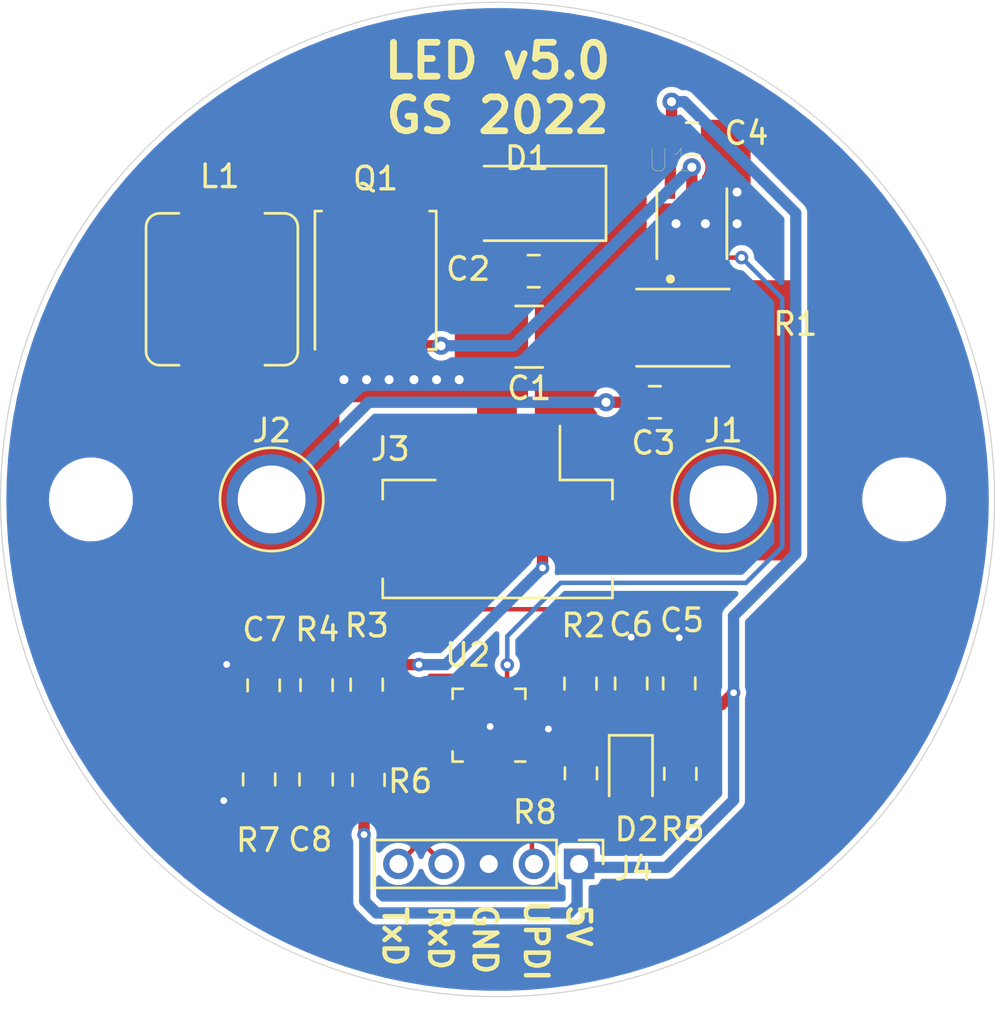
<source format=kicad_pcb>
(kicad_pcb (version 20211014) (generator pcbnew)
  (layers (0 "F.Cu" signal) (31 "B.Cu" signal) (34 "B.Paste" user) (35 "F.Paste" user) (36 "B.SilkS" user "B.Silkscreen") (37 "F.SilkS" user "F.Silkscreen") (38 "B.Mask" user) (39 "F.Mask" user) (44 "Edge.Cuts" user))
  (net 0 "")
  (net 1 "GND")
  (net 2 "VCC")
  (net 3 "Net-(C3-Pad1)")
  (net 4 "+5V")
  (net 5 "Net-(D1-Pad2)")
  (net 6 "Net-(D2-Pad2)")
  (net 7 "/LED")
  (net 8 "/MODE")
  (net 9 "/TMESS")
  (net 10 "/PWM")
  (net 11 "Net-(Q1-Pad4)")
  (net 12 "/VMESS")
  (net 13 "Net-(C3-Pad2)")
  (net 14 "Net-(R8-Pad1)")
  (net 22 "Net-(J4-Pad2)")
  (net 23 "/RXD")
  (net 24 "/TXD")
  (footprint "Capacitor_SMD:C_0805_2012Metric" (layer "F.Cu") (at 58.6 34.04)
    (fp_text reference "C4" (at 2.416 -0.246 180) (layer "F.SilkS"))
    (fp_text value "22u0 / 25V")
    (fp_line (start -0.258578 0.71) (end 0.258578 0.71) (layer "F.SilkS") (width 0.12))
    (fp_line (start -0.258578 -0.71) (end 0.258578 -0.71) (layer "F.SilkS") (width 0.12))
    (pad "1" smd roundrect locked (at -0.9375 0) (size 0.975 1.4) (layers "F.Cu" "F.Paste" "F.Mask") (net 4 "+5V"))
    (pad "2" smd roundrect locked (at 0.9375 0) (size 0.975 1.4) (layers "F.Cu" "F.Paste" "F.Mask") (net 1 "GND"))
  )
  (footprint "Capacitor_SMD:C_0805_2012Metric" (layer "F.Cu") (at 58.04 58.1425 90)
    (fp_text reference "C5" (at 2.7925 0.12) (layer "F.SilkS"))
    (fp_text value "22u0 / 25V")
    (fp_line (start -0.258578 -0.71) (end 0.258578 -0.71) (layer "F.SilkS") (width 0.12))
    (fp_line (start -0.258578 0.71) (end 0.258578 0.71) (layer "F.SilkS") (width 0.12))
    (pad "1" smd roundrect locked (at -0.9375 0 90) (size 0.975 1.4) (layers "F.Cu" "F.Paste" "F.Mask") (net 4 "+5V"))
    (pad "2" smd roundrect locked (at 0.9375 0 90) (size 0.975 1.4) (layers "F.Cu" "F.Paste" "F.Mask") (net 1 "GND"))
  )
  (footprint "Diode_SMD:D_SMA" (layer "F.Cu") (at 51.4 36.9 180)
    (fp_text reference "D1" (at 0.1 2) (layer "F.SilkS"))
    (fp_text value "SS54")
    (fp_line (start -3.4 -1.65) (end -3.4 1.65) (layer "F.SilkS") (width 0.12))
    (fp_line (start -3.4 1.65) (end 2 1.65) (layer "F.SilkS") (width 0.12))
    (fp_line (start -3.4 -1.65) (end 2 -1.65) (layer "F.SilkS") (width 0.12))
    (pad "1" smd rect locked (at -2 0 180) (size 2.5 1.8) (layers "F.Cu" "F.Paste" "F.Mask") (net 2 "VCC"))
    (pad "2" smd rect locked (at 2 0 180) (size 2.5 1.8) (layers "F.Cu" "F.Paste" "F.Mask") (net 5 "Net-(D1-Pad2)"))
  )
  (footprint "LED_SMD:LED_0805_2012Metric" (layer "F.Cu") (at 55.9 62.1225 -90)
    (fp_text reference "D2" (at 2.4775 -0.26 180) (layer "F.SilkS"))
    (fp_text value "LED blau")
    (fp_line (start -1.685 -0.96) (end -1.685 0.96) (layer "F.SilkS") (width 0.12))
    (fp_line (start -1.685 0.96) (end 1 0.96) (layer "F.SilkS") (width 0.12))
    (fp_line (start 1 -0.96) (end -1.685 -0.96) (layer "F.SilkS") (width 0.12))
    (pad "1" smd roundrect locked (at -0.9375 0 270) (size 0.975 1.4) (layers "F.Cu" "F.Paste" "F.Mask") (net 7 "/LED"))
    (pad "2" smd roundrect locked (at 0.9375 0 270) (size 0.975 1.4) (layers "F.Cu" "F.Paste" "F.Mask") (net 6 "Net-(D2-Pad2)"))
  )
  (footprint "Resistor_SMD:R_0805_2012Metric" (layer "F.Cu") (at 53.67 58.1525 90)
    (fp_text reference "R2" (at 2.5725 0.13 180) (layer "F.SilkS"))
    (fp_text value "10k0")
    (fp_line (start -0.258578 0.71) (end 0.258578 0.71) (layer "F.SilkS") (width 0.12))
    (fp_line (start -0.258578 -0.71) (end 0.258578 -0.71) (layer "F.SilkS") (width 0.12))
    (pad "1" smd roundrect locked (at -0.9375 0 90) (size 0.975 1.4) (layers "F.Cu" "F.Paste" "F.Mask") (net 4 "+5V"))
    (pad "2" smd roundrect locked (at 0.9375 0 90) (size 0.975 1.4) (layers "F.Cu" "F.Paste" "F.Mask") (net 8 "/MODE"))
  )
  (footprint "Resistor_SMD:R_0805_2012Metric" (layer "F.Cu") (at 44.2075 58.1975 -90)
    (fp_text reference "R3" (at -2.616 -0.004 180) (layer "F.SilkS"))
    (fp_text value "82k5")
    (fp_line (start -0.258578 0.71) (end 0.258578 0.71) (layer "F.SilkS") (width 0.12))
    (fp_line (start -0.258578 -0.71) (end 0.258578 -0.71) (layer "F.SilkS") (width 0.12))
    (pad "1" smd roundrect locked (at -0.9375 0 270) (size 0.975 1.4) (layers "F.Cu" "F.Paste" "F.Mask") (net 2 "VCC"))
    (pad "2" smd roundrect locked (at 0.9375 0 270) (size 0.975 1.4) (layers "F.Cu" "F.Paste" "F.Mask") (net 12 "/VMESS"))
  )
  (footprint "Resistor_SMD:R_0805_2012Metric" (layer "F.Cu") (at 41.9875 58.2175 90)
    (fp_text reference "R4" (at 2.4575 0.0325) (layer "F.SilkS"))
    (fp_text value "6k81")
    (fp_line (start -0.258578 0.71) (end 0.258578 0.71) (layer "F.SilkS") (width 0.12))
    (fp_line (start -0.258578 -0.71) (end 0.258578 -0.71) (layer "F.SilkS") (width 0.12))
    (pad "1" smd roundrect locked (at -0.9375 0 90) (size 0.975 1.4) (layers "F.Cu" "F.Paste" "F.Mask") (net 12 "/VMESS"))
    (pad "2" smd roundrect locked (at 0.9375 0 90) (size 0.975 1.4) (layers "F.Cu" "F.Paste" "F.Mask") (net 1 "GND"))
  )
  (footprint "Resistor_SMD:R_0805_2012Metric" (layer "F.Cu") (at 58.09 62.14 90)
    (fp_text reference "R5" (at -2.4625 0.1) (layer "F.SilkS"))
    (fp_text value "4k75")
    (fp_line (start -0.258578 -0.71) (end 0.258578 -0.71) (layer "F.SilkS") (width 0.12))
    (fp_line (start -0.258578 0.71) (end 0.258578 0.71) (layer "F.SilkS") (width 0.12))
    (pad "1" smd roundrect locked (at -0.9375 0 90) (size 0.975 1.4) (layers "F.Cu" "F.Paste" "F.Mask") (net 6 "Net-(D2-Pad2)"))
    (pad "2" smd roundrect locked (at 0.9375 0 90) (size 0.975 1.4) (layers "F.Cu" "F.Paste" "F.Mask") (net 4 "+5V"))
  )
  (footprint "Resistor_SMD:R_0805_2012Metric" (layer "F.Cu") (at 44.2875 62.41 90)
    (fp_text reference "R6" (at -0.06 1.8425 180) (layer "F.SilkS"))
    (fp_text value "10k0")
    (fp_line (start -0.258578 0.71) (end 0.258578 0.71) (layer "F.SilkS") (width 0.12))
    (fp_line (start -0.258578 -0.71) (end 0.258578 -0.71) (layer "F.SilkS") (width 0.12))
    (pad "1" smd roundrect locked (at -0.9375 0 90) (size 0.975 1.4) (layers "F.Cu" "F.Paste" "F.Mask") (net 4 "+5V"))
    (pad "2" smd roundrect locked (at 0.9375 0 90) (size 0.975 1.4) (layers "F.Cu" "F.Paste" "F.Mask") (net 9 "/TMESS"))
  )
  (footprint "Resistor_SMD:R_0805_2012Metric" (layer "F.Cu") (at 39.4475 62.39 -90)
    (fp_text reference "R7" (at 2.69 0.0475) (layer "F.SilkS"))
    (fp_text value "CMFB103F3950FANT")
    (fp_line (start -0.258578 0.71) (end 0.258578 0.71) (layer "F.SilkS") (width 0.12))
    (fp_line (start -0.258578 -0.71) (end 0.258578 -0.71) (layer "F.SilkS") (width 0.12))
    (pad "1" smd roundrect locked (at -0.9375 0 270) (size 0.975 1.4) (layers "F.Cu" "F.Paste" "F.Mask") (net 9 "/TMESS"))
    (pad "2" smd roundrect locked (at 0.9375 0 270) (size 0.975 1.4) (layers "F.Cu" "F.Paste" "F.Mask") (net 1 "GND"))
  )
  (footprint "Package_DFN_QFN:VQFN-20-1EP_3x3mm_P0.4mm_EP1.7x1.7mm" (layer "F.Cu") (at 49.62 59.99 180)
    (fp_text reference "U2" (at 0.94 3.11) (layer "F.SilkS"))
    (fp_text value "ATtiny1616-M")
    (fp_line (start 1.16 1.61) (end 1.61 1.61) (layer "F.SilkS") (width 0.12))
    (fp_line (start -1.16 1.61) (end -1.61 1.61) (layer "F.SilkS") (width 0.12))
    (fp_line (start -1.61 1.61) (end -1.61 1.16) (layer "F.SilkS") (width 0.12))
    (fp_line (start 1.61 1.61) (end 1.61 1.16) (layer "F.SilkS") (width 0.12))
    (fp_line (start -1.16 -1.61) (end -1.61 -1.61) (layer "F.SilkS") (width 0.12))
    (fp_line (start 1.61 -1.61) (end 1.61 -1.16) (layer "F.SilkS") (width 0.12))
    (fp_line (start 1.16 -1.61) (end 1.61 -1.61) (layer "F.SilkS") (width 0.12))
    (pad "1" smd custom (at -1.45 -0.8 180) (size 0.143431 0.143431) (layers "F.Cu" "F.Paste" "F.Mask") (net 7 "/LED") (options (clearance outline) (anchor circle)) (primitives (gr_poly (pts (xy 0.35 0.000711) (xy 0.35 0.05) (xy -0.35 0.05) (xy -0.35 -0.05) (xy 0.299289 -0.05)) (width 0.1) (fill yes))))
    (pad "2" smd roundrect (at -1.45 -0.4 180) (size 0.8 0.2) (layers "F.Cu" "F.Paste" "F.Mask"))
    (pad "3" smd roundrect (at -1.45 0 180) (size 0.8 0.2) (layers "F.Cu" "F.Paste" "F.Mask") (net 1 "GND"))
    (pad "4" smd roundrect (at -1.45 0.4 180) (size 0.8 0.2) (layers "F.Cu" "F.Paste" "F.Mask") (net 4 "+5V"))
    (pad "5" smd custom (at -1.45 0.8 180) (size 0.143431 0.143431) (layers "F.Cu" "F.Paste" "F.Mask") (net 8 "/MODE") (options (clearance outline) (anchor circle)) (primitives (gr_poly (pts (xy 0.35 -0.000711) (xy 0.299289 0.05) (xy -0.35 0.05) (xy -0.35 -0.05) (xy 0.35 -0.05)) (width 0.1) (fill yes))))
    (pad "6" smd custom (at -0.8 1.45 180) (size 0.143431 0.143431) (layers "F.Cu" "F.Paste" "F.Mask") (net 10 "/PWM") (options (clearance outline) (anchor circle)) (primitives (gr_poly (pts (xy 0.05 0.35) (xy -0.05 0.35) (xy -0.05 -0.299289) (xy 0.000711 -0.35) (xy 0.05 -0.35)) (width 0.1) (fill yes))))
    (pad "7" smd roundrect (at -0.4 1.45 180) (size 0.2 0.8) (layers "F.Cu" "F.Paste" "F.Mask"))
    (pad "8" smd roundrect (at 0 1.45 180) (size 0.2 0.8) (layers "F.Cu" "F.Paste" "F.Mask"))
    (pad "9" smd roundrect (at 0.4 1.45 180) (size 0.2 0.8) (layers "F.Cu" "F.Paste" "F.Mask") (net 12 "/VMESS"))
    (pad "10" smd custom (at 0.8 1.45 180) (size 0.143431 0.143431) (layers "F.Cu" "F.Paste" "F.Mask") (net 9 "/TMESS") (options (clearance outline) (anchor circle)) (primitives (gr_poly (pts (xy 0.05 -0.299289) (xy 0.05 0.35) (xy -0.05 0.35) (xy -0.05 -0.35) (xy -0.000711 -0.35)) (width 0.1) (fill yes))))
    (pad "11" smd custom (at 1.45 0.8 180) (size 0.143431 0.143431) (layers "F.Cu" "F.Paste" "F.Mask") (options (clearance outline) (anchor circle)) (primitives (gr_poly (pts (xy 0.35 0.05) (xy -0.299289 0.05) (xy -0.35 -0.000711) (xy -0.35 -0.05) (xy 0.35 -0.05)) (width 0.1) (fill yes))))
    (pad "12" smd roundrect (at 1.45 0.4 180) (size 0.8 0.2) (layers "F.Cu" "F.Paste" "F.Mask") (net 24 "/TXD"))
    (pad "13" smd roundrect (at 1.45 0 180) (size 0.8 0.2) (layers "F.Cu" "F.Paste" "F.Mask") (net 23 "/RXD"))
    (pad "14" smd roundrect (at 1.45 -0.4 180) (size 0.8 0.2) (layers "F.Cu" "F.Paste" "F.Mask"))
    (pad "15" smd custom (at 1.45 -0.8 180) (size 0.143431 0.143431) (layers "F.Cu" "F.Paste" "F.Mask") (options (clearance outline) (anchor circle)) (primitives (gr_poly (pts (xy 0.35 0.05) (xy -0.35 0.05) (xy -0.35 0.000711) (xy -0.299289 -0.05) (xy 0.35 -0.05)) (width 0.1) (fill yes))))
    (pad "16" smd custom (at 0.8 -1.45 180) (size 0.143431 0.143431) (layers "F.Cu" "F.Paste" "F.Mask") (options (clearance outline) (anchor circle)) (primitives (gr_poly (pts (xy 0.05 0.299289) (xy -0.000711 0.35) (xy -0.05 0.35) (xy -0.05 -0.35) (xy 0.05 -0.35)) (width 0.1) (fill yes))))
    (pad "17" smd roundrect (at 0.4 -1.45 180) (size 0.2 0.8) (layers "F.Cu" "F.Paste" "F.Mask"))
    (pad "18" smd roundrect (at 0 -1.45 180) (size 0.2 0.8) (layers "F.Cu" "F.Paste" "F.Mask"))
    (pad "19" smd roundrect (at -0.4 -1.45 180) (size 0.2 0.8) (layers "F.Cu" "F.Paste" "F.Mask") (net 14 "Net-(R8-Pad1)"))
    (pad "20" smd custom (at -0.8 -1.45 180) (size 0.143431 0.143431) (layers "F.Cu" "F.Paste" "F.Mask") (options (clearance outline) (anchor circle)) (primitives (gr_poly (pts (xy 0.05 0.35) (xy 0.000711 0.35) (xy -0.05 0.299289) (xy -0.05 -0.35) (xy 0.05 -0.35)) (width 0.1) (fill yes))))
    (pad "21" smd rect (at 0 0 180) (size 1.7 1.7) (layers "F.Cu" "F.Mask") (net 1 "GND"))
  )
  (footprint "Connector_JST:JST_PH_B3B-PH-SM4-TB_1x03-1MP_P2.00mm_Vertical" (layer "F.Cu") (at 50 50 180)
    (fp_text reference "J3" (at 4.75 2.23 180) (layer "F.SilkS"))
    (fp_text value "JST_B3B-PH-SM4-TB(LF)(SN)")
    (fp_line (start -5.085 0.86) (end -2.76 0.86) (layer "F.SilkS") (width 0.12))
    (fp_line (start -5.085 0.01) (end -5.085 0.86) (layer "F.SilkS") (width 0.12))
    (fp_line (start -5.085 -3.51) (end -5.085 -4.36) (layer "F.SilkS") (width 0.12))
    (fp_line (start 5.085 -4.36) (end 5.085 -3.51) (layer "F.SilkS") (width 0.12))
    (fp_line (start 5.085 0.86) (end 2.76 0.86) (layer "F.SilkS") (width 0.12))
    (fp_line (start 5.085 0.01) (end 5.085 0.86) (layer "F.SilkS") (width 0.12))
    (fp_line (start -5.085 -4.36) (end 5.085 -4.36) (layer "F.SilkS") (width 0.12))
    (fp_line (start -2.76 0.86) (end -2.76 3.25) (layer "F.SilkS") (width 0.12))
    (pad "1" smd roundrect (at -2 0.5 180) (size 1 5.5) (layers "F.Cu" "F.Paste" "F.Mask") (net 2 "VCC"))
    (pad "2" smd roundrect (at 0 0.5 180) (size 1 5.5) (layers "F.Cu" "F.Paste" "F.Mask") (net 1 "GND"))
    (pad "3" smd roundrect (at 2 0.5 180) (size 1 5.5) (layers "F.Cu" "F.Paste" "F.Mask") (net 8 "/MODE"))
    (pad "MP" smd roundrect (at -4.4 -1.75 180) (size 1.6 3) (layers "F.Cu" "F.Paste" "F.Mask") (roundrect_rratio 0.15625))
    (pad "MP" smd roundrect (at 4.4 -1.75 180) (size 1.6 3) (layers "F.Cu" "F.Paste" "F.Mask") (roundrect_rratio 0.15625))
  )
  (footprint "MountingHole:MountingHole_3.2mm_M3" (layer "F.Cu") (at 32 50)
    (fp_text reference "H1" hide)
    (fp_text value "M1" hide)
    (pad "" np_thru_hole circle locked (at 0 0) (size 3.2 3.2) (drill 3.2) (layers *.Cu "F.Mask"))
  )
  (footprint "MountingHole:MountingHole_3.2mm_M3" (layer "F.Cu") (at 68 50)
    (fp_text reference "H2" hide)
    (fp_text value "M2" hide)
    (pad "" np_thru_hole circle locked (at 0 0) (size 3.2 3.2) (drill 3.2) (layers *.Cu "F.Mask"))
  )
  (footprint "buck_3a_v4:SON95P300X300X80-7N" (layer "F.Cu") (at 58.6 37.8 90)
    (fp_text reference "U1" (at 2.8 -1 180) (layer "F.SilkS") (effects (font (thickness 0.015))))
    (fp_text value "MAX16820ATT")
    (fp_line (start -1.55 -1.55) (end 1.55 -1.55) (layer "F.SilkS") (width 0.127))
    (fp_line (start -1.55 1.55) (end 1.55 1.55) (layer "F.SilkS") (width 0.127))
    (fp_circle (center -2.445 -0.95) (end -2.345 -0.95) (layer "F.SilkS") (width 0.2) (fill none))
    (pad "1" smd rect locked (at -1.485 -0.95 90) (size 0.76 0.42) (layers "F.Cu" "F.Paste" "F.Mask") (net 2 "VCC"))
    (pad "2" smd rect locked (at -1.485 0 90) (size 0.76 0.42) (layers "F.Cu" "F.Paste" "F.Mask") (net 13 "Net-(C3-Pad2)"))
    (pad "3" smd rect locked (at -1.485 0.95 90) (size 0.76 0.42) (layers "F.Cu" "F.Paste" "F.Mask") (net 10 "/PWM"))
    (pad "4" smd rect locked (at 1.485 0.95 90) (size 0.76 0.42) (layers "F.Cu" "F.Paste" "F.Mask") (net 1 "GND"))
    (pad "5" smd rect locked (at 1.485 0 90) (size 0.76 0.42) (layers "F.Cu" "F.Paste" "F.Mask") (net 11 "Net-(Q1-Pad4)"))
    (pad "6" smd rect locked (at 1.485 -0.95 90) (size 0.76 0.42) (layers "F.Cu" "F.Paste" "F.Mask") (net 4 "+5V"))
    (pad "7" smd rect locked (at 0 0 90) (size 1.5 2.3) (layers "F.Cu" "F.Mask") (net 1 "GND"))
  )
  (footprint "Capacitor_SMD:C_0805_2012Metric" (layer "F.Cu") (at 55.914 58.144 90)
    (fp_text reference "C6" (at 2.6 0) (layer "F.SilkS"))
    (fp_text value "100n")
    (fp_line (start -0.258578 0.71) (end 0.258578 0.71) (layer "F.SilkS") (width 0.12))
    (fp_line (start -0.258578 -0.71) (end 0.258578 -0.71) (layer "F.SilkS") (width 0.12))
    (pad "1" smd roundrect locked (at -0.9375 0 90) (size 0.975 1.4) (layers "F.Cu" "F.Paste" "F.Mask") (net 4 "+5V"))
    (pad "2" smd roundrect locked (at 0.9375 0 90) (size 0.975 1.4) (layers "F.Cu" "F.Paste" "F.Mask") (net 1 "GND"))
  )
  (footprint "Inductor_SMD:L_Sumida_CDMC6D28_7.25x6.5mm" (layer "F.Cu") (at 37.8 40.7 90)
    (fp_text reference "L1" (at 5 -0.1 180) (layer "F.SilkS"))
    (fp_text value "MWSA0603-100MT")
    (fp_line (start 2.75 3.36) (end -2.75 3.36) (layer "F.SilkS") (width 0.12))
    (fp_line (start -3.36 -1.9) (end -3.36 -2.75) (layer "F.SilkS") (width 0.12))
    (fp_line (start 3.36 1.9) (end 3.36 2.75) (layer "F.SilkS") (width 0.12))
    (fp_line (start 3.36 -2.75) (end 3.36 -1.9) (layer "F.SilkS") (width 0.12))
    (fp_line (start -3.36 2.75) (end -3.36 1.9) (layer "F.SilkS") (width 0.12))
    (fp_line (start -2.75 -3.36) (end 2.75 -3.36) (layer "F.SilkS") (width 0.12))
    (fp_arc (start -2.75 3.36) (mid -3.181335 3.181335) (end -3.36 2.75) (layer "F.SilkS") (width 0.12))
    (fp_arc (start -3.36 -2.75) (mid -3.181335 -3.181335) (end -2.75 -3.36) (layer "F.SilkS") (width 0.12))
    (fp_arc (start 2.75 -3.36) (mid 3.181335 -3.181335) (end 3.36 -2.75) (layer "F.SilkS") (width 0.12))
    (fp_arc (start 3.36 2.75) (mid 3.181335 3.181335) (end 2.75 3.36) (layer "F.SilkS") (width 0.12))
    (pad "1" smd rect locked (at -2.85 0 90) (size 2 3.4) (layers "F.Cu" "F.Paste" "F.Mask") (net 3 "Net-(C3-Pad1)"))
    (pad "2" smd rect locked (at 2.85 0 90) (size 2 3.4) (layers "F.Cu" "F.Paste" "F.Mask") (net 5 "Net-(D1-Pad2)"))
  )
  (footprint "Capacitor_SMD:C_1210_3225Metric" (layer "F.Cu") (at 51.4 42.8 180)
    (fp_text reference "C1" (at 0 -2.28) (layer "F.SilkS"))
    (fp_text value "22u0 / 25V")
    (fp_line (start -0.602064 1.36) (end 0.602064 1.36) (layer "F.SilkS") (width 0.12))
    (fp_line (start -0.602064 -1.36) (end 0.602064 -1.36) (layer "F.SilkS") (width 0.12))
    (pad "1" smd roundrect locked (at -1.4 0 180) (size 1.25 2.65) (layers "F.Cu" "F.Paste" "F.Mask") (roundrect_rratio 0.2) (net 2 "VCC"))
    (pad "2" smd roundrect locked (at 1.4 0 180) (size 1.25 2.65) (layers "F.Cu" "F.Paste" "F.Mask") (roundrect_rratio 0.2) (net 1 "GND"))
  )
  (footprint "Capacitor_SMD:C_0805_2012Metric" (layer "F.Cu") (at 39.6475 58.225 90)
    (fp_text reference "C7" (at 2.465 0.0325 180) (layer "F.SilkS"))
    (fp_text value "4n70")
    (fp_line (start -0.258578 0.71) (end 0.258578 0.71) (layer "F.SilkS") (width 0.12))
    (fp_line (start -0.258578 -0.71) (end 0.258578 -0.71) (layer "F.SilkS") (width 0.12))
    (pad "1" smd roundrect locked (at -0.9375 0 90) (size 0.975 1.4) (layers "F.Cu" "F.Paste" "F.Mask") (net 12 "/VMESS"))
    (pad "2" smd roundrect locked (at 0.9375 0 90) (size 0.975 1.4) (layers "F.Cu" "F.Paste" "F.Mask") (net 1 "GND"))
  )
  (footprint "Resistor_SMD:R_2512_6332Metric" (layer "F.Cu") (at 58.2 42.4 180)
    (fp_text reference "R1" (at -4.98 0.164) (layer "F.SilkS"))
    (fp_text value "0R070")
    (fp_line (start -2.052064 -1.71) (end 2.052064 -1.71) (layer "F.SilkS") (width 0.12))
    (fp_line (start -2.052064 1.71) (end 2.052064 1.71) (layer "F.SilkS") (width 0.12))
    (pad "1" smd roundrect locked (at -2.9 0 180) (size 1.35 3.35) (layers "F.Cu" "F.Paste" "F.Mask") (roundrect_rratio 0.1851851852) (net 13 "Net-(C3-Pad2)"))
    (pad "2" smd roundrect locked (at 2.9 0 180) (size 1.35 3.35) (layers "F.Cu" "F.Paste" "F.Mask") (roundrect_rratio 0.1851851852) (net 2 "VCC"))
  )
  (footprint "Capacitor_SMD:C_0805_2012Metric" (layer "F.Cu") (at 51.6 39.9 180)
    (fp_text reference "C2" (at 2.9 0.1) (layer "F.SilkS"))
    (fp_text value "100n")
    (fp_line (start -0.258578 -0.71) (end 0.258578 -0.71) (layer "F.SilkS") (width 0.12))
    (fp_line (start -0.258578 0.71) (end 0.258578 0.71) (layer "F.SilkS") (width 0.12))
    (pad "1" smd roundrect locked (at -0.9375 0 180) (size 0.975 1.4) (layers "F.Cu" "F.Paste" "F.Mask") (net 2 "VCC"))
    (pad "2" smd roundrect locked (at 0.9375 0 180) (size 0.975 1.4) (layers "F.Cu" "F.Paste" "F.Mask") (net 1 "GND"))
  )
  (footprint "Package_TO_SOT_SMD:TDSON-8-1" (layer "F.Cu") (at 44.6 40.3 90)
    (fp_text reference "Q1" (at 4.5 0 180) (layer "F.SilkS"))
    (fp_text value "BSC022N04LSATMA")
    (fp_line (start -3.06 2.335) (end -3.06 2.685) (layer "F.SilkS") (width 0.12))
    (fp_line (start 3.06 2.385) (end 3.06 2.685) (layer "F.SilkS") (width 0.12))
    (fp_line (start 3.06 2.685) (end -3.06 2.685) (layer "F.SilkS") (width 0.12))
    (fp_line (start 3.06 -2.385) (end 3.06 -2.685) (layer "F.SilkS") (width 0.12))
    (fp_line (start 3.06 -2.685) (end -3.06 -2.685) (layer "F.SilkS") (width 0.12))
    (pad "1" smd rect locked (at -2.9 -1.905 90) (size 0.85 0.5) (layers "F.Cu" "F.Paste" "F.Mask") (net 1 "GND"))
    (pad "2" smd rect locked (at -2.9 -0.635 90) (size 0.85 0.5) (layers "F.Cu" "F.Paste" "F.Mask") (net 1 "GND"))
    (pad "3" smd rect locked (at -2.9 0.635 90) (size 0.85 0.5) (layers "F.Cu" "F.Paste" "F.Mask") (net 1 "GND"))
    (pad "4" smd rect locked (at -2.9 1.905 90) (size 0.85 0.5) (layers "F.Cu" "F.Paste" "F.Mask") (net 11 "Net-(Q1-Pad4)"))
    (pad "5" smd rect locked (at 1.05 0 90) (size 4.55 4.41) (layers "F.Cu") (net 5 "Net-(D1-Pad2)"))
  )
  (footprint "Resistor_SMD:R_0805_2012Metric" (layer "F.Cu") (at 53.69 62.12 -90)
    (fp_text reference "R8" (at 1.7175 2.04) (layer "F.SilkS"))
    (fp_text value "470r")
    (fp_line (start -0.258578 -0.71) (end 0.258578 -0.71) (layer "F.SilkS") (width 0.12))
    (fp_line (start -0.258578 0.71) (end 0.258578 0.71) (layer "F.SilkS") (width 0.12))
    (pad "1" smd roundrect locked (at -0.9375 0 270) (size 0.975 1.4) (layers "F.Cu" "F.Paste" "F.Mask") (net 14 "Net-(R8-Pad1)"))
    (pad "2" smd roundrect locked (at 0.9375 0 270) (size 0.975 1.4) (layers "F.Cu" "F.Paste" "F.Mask") (net 22 "Net-(J4-Pad2)"))
  )
  (footprint "Capacitor_SMD:C_0805_2012Metric" (layer "F.Cu") (at 56.9625 45.7)
    (fp_text reference "C3" (at -0.0625 1.8) (layer "F.SilkS"))
    (fp_text value "DNP")
    (fp_line (start -0.258578 -0.71) (end 0.258578 -0.71) (layer "F.SilkS") (width 0.12))
    (fp_line (start -0.258578 0.71) (end 0.258578 0.71) (layer "F.SilkS") (width 0.12))
    (pad "1" smd roundrect locked (at -0.9375 0) (size 0.975 1.4) (layers "F.Cu" "F.Paste" "F.Mask") (net 3 "Net-(C3-Pad1)"))
    (pad "2" smd roundrect locked (at 0.9375 0) (size 0.975 1.4) (layers "F.Cu" "F.Paste" "F.Mask") (net 13 "Net-(C3-Pad2)"))
  )
  (footprint "Connector_PinHeader_2.00mm:PinHeader_1x05_P2.00mm_Vertical" (layer "F.Cu") (at 53.61 66.13 -90)
    (fp_text reference "J4" (at 0.21 -2.41) (layer "F.SilkS"))
    (fp_text value "Conn_01x05")
    (fp_line (start -1.06 1) (end 1.06 1) (layer "F.SilkS") (width 0.12))
    (fp_line (start -1.06 -1.06) (end 0 -1.06) (layer "F.SilkS") (width 0.12))
    (fp_line (start -1.06 9.06) (end 1.06 9.06) (layer "F.SilkS") (width 0.12))
    (fp_line (start -1.06 0) (end -1.06 -1.06) (layer "F.SilkS") (width 0.12))
    (fp_line (start -1.06 1) (end -1.06 9.06) (layer "F.SilkS") (width 0.12))
    (fp_line (start 1.06 1) (end 1.06 9.06) (layer "F.SilkS") (width 0.12))
    (pad "1" thru_hole rect (at 0 0 270) (size 1.35 1.35) (drill 0.8) (layers *.Cu *.Mask) (net 4 "+5V"))
    (pad "2" thru_hole oval (at 0 2 270) (size 1.35 1.35) (drill 0.8) (layers *.Cu *.Mask) (net 22 "Net-(J4-Pad2)"))
    (pad "3" thru_hole oval (at 0 4 270) (size 1.35 1.35) (drill 0.8) (layers *.Cu *.Mask) (net 1 "GND"))
    (pad "4" thru_hole oval (at 0 6 270) (size 1.35 1.35) (drill 0.8) (layers *.Cu *.Mask) (net 23 "/RXD"))
    (pad "5" thru_hole oval (at 0 8 270) (size 1.35 1.35) (drill 0.8) (layers *.Cu *.Mask) (net 24 "/TXD"))
  )
  (footprint "Capacitor_SMD:C_0805_2012Metric" (layer "F.Cu") (at 41.9675 62.39 -90)
    (fp_text reference "C8" (at 2.66 0.2575 180) (layer "F.SilkS"))
    (fp_text value "4n70")
    (fp_line (start -0.261252 -0.735) (end 0.261252 -0.735) (layer "F.SilkS") (width 0.12))
    (fp_line (start -0.261252 0.735) (end 0.261252 0.735) (layer "F.SilkS") (width 0.12))
    (pad "1" smd roundrect (at -0.95 0 270) (size 1 1.45) (layers "F.Cu" "F.Paste" "F.Mask") (net 9 "/TMESS"))
    (pad "2" smd roundrect (at 0.95 0 270) (size 1 1.45) (layers "F.Cu" "F.Paste" "F.Mask") (net 1 "GND"))
  )
  (footprint "TestPoint:TestPoint_Plated_Hole_D3.0mm" (layer "F.Cu") (at 60 50)
    (fp_text reference "J1" (at 0 -3.048) (layer "F.SilkS"))
    (fp_text value "LED+")
    (fp_circle (center 0 0) (end 0 -2.286) (layer "F.SilkS") (width 0.12) (fill none))
    (pad "1" thru_hole circle (at 0 0) (size 4 4) (drill 3) (layers *.Cu *.Mask) (net 13 "Net-(C3-Pad2)"))
  )
  (footprint "TestPoint:TestPoint_Plated_Hole_D3.0mm" (layer "F.Cu") (at 40 50)
    (fp_text reference "J2" (at 0 -3.048) (layer "F.SilkS"))
    (fp_text value "LED-")
    (fp_circle (center 0 0) (end 0 -2.286) (layer "F.SilkS") (width 0.12) (fill none))
    (pad "1" thru_hole circle (at 0 0) (size 4 4) (drill 3) (layers *.Cu *.Mask) (net 3 "Net-(C3-Pad1)"))
  )
  (gr_circle (center 50 50) (end 72 50) (layer "Edge.Cuts") (width 0.05) (fill none))
  (gr_text "UPDI" (at 51.71 69.53 270) (layer "F.SilkS") (effects (font (size 1 1) (thickness 0.2))))
  (gr_text "5V" (at 53.59 68.86 270) (layer "F.SilkS") (effects (font (size 1 1) (thickness 0.2))))
  (gr_text "LED v5.0\nGS 2022" (at 50 31.8) (layer "F.SilkS") (effects (font (size 1.5 1.5) (thickness 0.3))))
  (gr_text "RxD" (at 47.47 69.39 270) (layer "F.SilkS") (effects (font (size 1 1) (thickness 0.2))))
  (gr_text "TxD" (at 45.45 69.35 270) (layer "F.SilkS") (effects (font (size 1 1) (thickness 0.2))))
  (gr_text "GND" (at 49.44 69.46 270) (layer "F.SilkS") (effects (font (size 1 1) (thickness 0.2))))
  (segment (start 52.25 60.159157) (end 52.249579 60.158736) (width 0.2) (layer "F.Cu") (net 1))
  (segment (start 39.6475 57.2875) (end 38.02 57.2875) (width 0.5) (layer "F.Cu") (net 1))
  (segment (start 41.9675 63.34) (end 39.46 63.34) (width 0.5) (layer "F.Cu") (net 1))
  (segment (start 39.46 63.34) (end 39.4475 63.3275) (width 0.2) (layer "F.Cu") (net 1))
  (segment (start 52.25 60.17) (end 52.25 60.159157) (width 0.2) (layer "F.Cu") (net 1))
  (segment (start 51.07 59.99) (end 52.07 59.99) (width 0.2) (layer "F.Cu") (net 1))
  (segment (start 39.4475 63.3275) (end 37.8775 63.3275) (width 0.5) (layer "F.Cu") (net 1))
  (segment (start 41.955 63.3275) (end 41.9675 63.34) (width 0.2) (layer "F.Cu") (net 1))
  (segment (start 52.07 59.99) (end 52.25 60.17) (width 0.2) (layer "F.Cu") (net 1))
  (segment (start 55.94 56.07) (end 55.914 56.096) (width 0.5) (layer "F.Cu") (net 1))
  (segment (start 49.62 59.99) (end 49.62 60) (width 0.5) (layer "F.Cu") (net 1))
  (segment (start 58.01 56.09) (end 58.04 56.12) (width 0.5) (layer "F.Cu") (net 1))
  (segment (start 49.62 60) (end 49.67 60.05) (width 0.5) (layer "F.Cu") (net 1))
  (segment (start 38.02 57.2875) (end 38.0075 57.3) (width 0.5) (layer "F.Cu") (net 1))
  (segment (start 39.655 57.28) (end 39.6475 57.2875) (width 0.5) (layer "F.Cu") (net 1))
  (segment (start 58.04 57.205) (end 58.04 56.12) (width 0.5) (layer "F.Cu") (net 1))
  (segment (start 59.6 36.265) (end 59.55 36.315) (width 0.25) (layer "F.Cu") (net 1))
  (segment (start 41.9875 57.28) (end 39.655 57.28) (width 0.5) (layer "F.Cu") (net 1))
  (segment (start 55.914 57.2065) (end 55.914 56.096) (width 0.5) (layer "F.Cu") (net 1))
  (via (at 46.3 44.7) (size 0.8) (drill 0.4) (layers "F.Cu" "B.Cu") (net 1))
  (via (at 48.3 44.7) (size 0.8) (drill 0.4) (layers "F.Cu" "B.Cu") (net 1))
  (via (at 47.3 44.7) (size 0.8) (drill 0.4) (layers "F.Cu" "B.Cu") (net 1))
  (via (at 52.249579 60.158736) (size 0.6) (drill 0.3) (layers "F.Cu" "B.Cu") (net 1))
  (via (at 37.8775 63.3275) (size 0.6) (drill 0.3) (layers "F.Cu" "B.Cu") (net 1))
  (via (at 45.2 44.7) (size 0.8) (drill 0.4) (layers "F.Cu" "B.Cu") (net 1))
  (via (at 58.04 56.12) (size 0.6) (drill 0.3) (layers "F.Cu" "B.Cu") (net 1))
  (via (at 57.9 37.8) (size 0.8) (drill 0.4) (layers "F.Cu" "B.Cu") (net 1))
  (via (at 49.67 60.05) (size 0.6) (drill 0.3) (layers "F.Cu" "B.Cu") (net 1))
  (via (at 59.2 37.8) (size 0.8) (drill 0.4) (layers "F.Cu" "B.Cu") (net 1))
  (via (at 55.914 56.096) (size 0.6) (drill 0.3) (layers "F.Cu" "B.Cu") (net 1))
  (via (at 38.0075 57.3) (size 0.6) (drill 0.3) (layers "F.Cu" "B.Cu") (net 1))
  (via (at 60.6 36.4) (size 0.8) (drill 0.4) (layers "F.Cu" "B.Cu") (net 1))
  (via (at 43.2 44.7) (size 0.8) (drill 0.4) (layers "F.Cu" "B.Cu") (net 1))
  (via (at 44.2 44.7) (size 0.8) (drill 0.4) (layers "F.Cu" "B.Cu") (net 1))
  (via (at 60.6 37.8) (size 0.8) (drill 0.4) (layers "F.Cu" "B.Cu") (net 1))
  (segment (start 44.2075 57.26) (end 45.17 57.26) (width 0.5) (layer "F.Cu") (net 2))
  (segment (start 52.3 50.5) (end 52.3 47.3) (width 0.5) (layer "F.Cu") (net 2))
  (segment (start 45.5775 57.26) (end 45.6075 57.29) (width 0.5) (layer "F.Cu") (net 2))
  (segment (start 45.17 57.26) (end 45.5775 57.26) (width 0.5) (layer "F.Cu") (net 2))
  (segment (start 45.22 57.31) (end 45.17 57.26) (width 0.5) (layer "F.Cu") (net 2))
  (segment (start 52.3 47.3) (end 52.25 47.25) (width 0.25) (layer "F.Cu") (net 2))
  (segment (start 55.3 42.4) (end 57.2 42.4) (width 0.25) (layer "F.Cu") (net 2))
  (segment (start 57.2 42.4) (end 57.65 41.95) (width 0.25) (layer "F.Cu") (net 2))
  (segment (start 46.52 57.31) (end 45.22 57.31) (width 0.5) (layer "F.Cu") (net 2))
  (segment (start 57.65 41.95) (end 57.65 39.285) (width 0.25) (layer "F.Cu") (net 2))
  (segment (start 51.99 49.51) (end 52 49.5) (width 0.5) (layer "F.Cu") (net 2))
  (segment (start 51.99 53.03) (end 51.99 49.51) (width 0.5) (layer "F.Cu") (net 2))
  (via (at 46.52 57.31) (size 0.6) (drill 0.3) (layers "F.Cu" "B.Cu") (net 2))
  (via (at 51.99 53.03) (size 0.6) (drill 0.3) (layers "F.Cu" "B.Cu") (net 2))
  (segment (start 46.52 57.31) (end 47.71 57.31) (width 0.5) (layer "B.Cu") (net 2))
  (segment (start 47.71 57.31) (end 51.99 53.03) (width 0.5) (layer "B.Cu") (net 2))
  (segment (start 56.025 45.7) (end 54.8 45.7) (width 0.5) (layer "F.Cu") (net 3))
  (via (at 54.8 45.7) (size 0.8) (drill 0.4) (layers "F.Cu" "B.Cu") (net 3))
  (segment (start 44.3 45.7) (end 40 50) (width 0.5) (layer "B.Cu") (net 3))
  (segment (start 54.8 45.7) (end 44.3 45.7) (width 0.5) (layer "B.Cu") (net 3))
  (segment (start 58.04 59.08) (end 59.92 59.08) (width 0.5) (layer "F.Cu") (net 4))
  (segment (start 44.28 63.34) (end 44.2875 63.3475) (width 0.2) (layer "F.Cu") (net 4))
  (segment (start 57.7 33) (end 57.7 32.400002) (width 0.5) (layer "F.Cu") (net 4))
  (segment (start 57.7 34.475) (end 57.725 34.5) (width 0.25) (layer "F.Cu") (net 4))
  (segment (start 57.65 34.575) (end 57.725 34.5) (width 0.25) (layer "F.Cu") (net 4))
  (segment (start 55.914 59.0815) (end 53.6785 59.0815) (width 0.5) (layer "F.Cu") (net 4))
  (segment (start 53.6785 59.0815) (end 53.67 59.09) (width 0.5) (layer "F.Cu") (net 4))
  (segment (start 51.07 59.59) (end 52.06 59.59) (width 0.2) (layer "F.Cu") (net 4))
  (segment (start 44.09 63.545) (end 44.2875 63.3475) (width 0.5) (layer "F.Cu") (net 4))
  (segment (start 59.92 59.08) (end 60.446483 58.553517) (width 0.5) (layer "F.Cu") (net 4))
  (segment (start 57.7 34.475) (end 57.7 33) (width 0.5) (layer "F.Cu") (net 4))
  (segment (start 52.56 59.09) (end 53.67 59.09) (width 0.2) (layer "F.Cu") (net 4))
  (segment (start 58.04 59.08) (end 55.9155 59.08) (width 0.5) (layer "F.Cu") (net 4))
  (segment (start 58.09 59.13) (end 58.04 59.08) (width 0.5) (layer "F.Cu") (net 4))
  (segment (start 44.2875 63.3475) (end 44.31 63.37) (width 0.2) (layer "F.Cu") (net 4))
  (segment (start 52.06 59.59) (end 52.56 59.09) (width 0.2) (layer "F.Cu") (net 4))
  (segment (start 58.09 61.2025) (end 58.09 59.13) (width 0.5) (layer "F.Cu") (net 4))
  (segment (start 44.09 64.83) (end 44.09 63.545) (width 0.5) (layer "F.Cu") (net 4))
  (segment (start 55.9155 59.08) (end 55.914 59.0815) (width 0.5) (layer "F.Cu") (net 4))
  (segment (start 57.65 36.315) (end 57.65 34.575) (width 0.5) (layer "F.Cu") (net 4))
  (segment (start 57.7 32.400002) (end 57.700002 32.4) (width 0.5) (layer "F.Cu") (net 4))
  (via (at 60.446483 58.553517) (size 0.6) (drill 0.3) (layers "F.Cu" "B.Cu") (net 4))
  (via (at 57.700002 32.4) (size 0.8) (drill 0.4) (layers "F.Cu" "B.Cu") (net 4))
  (via (at 44.09 64.83) (size 0.6) (drill 0.3) (layers "F.Cu" "B.Cu") (net 4))
  (segment (start 57.47 66.28) (end 53.52 66.28) (width 0.5) (layer "B.Cu") (net 4))
  (segment (start 60.446483 58.553517) (end 60.446483 63.303517) (width 0.5) (layer "B.Cu") (net 4))
  (segment (start 63.2 52.4) (end 63.2 37.334313) (width 0.5) (layer "B.Cu") (net 4))
  (segment (start 53.52 66.28) (end 53.52 67.94) (width 0.5) (layer "B.Cu") (net 4))
  (segment (start 63.2 37.334313) (end 58.265687 32.4) (width 0.5) (layer "B.Cu") (net 4))
  (segment (start 44.12 64.86) (end 44.09 64.83) (width 0.5) (layer "B.Cu") (net 4))
  (segment (start 60.446483 63.303517) (end 57.47 66.28) (width 0.5) (layer "B.Cu") (net 4))
  (segment (start 58.265687 32.4) (end 57.700002 32.4) (width 0.5) (layer "B.Cu") (net 4))
  (segment (start 60.446483 58.553517) (end 60.446483 55.153517) (width 0.5) (layer "B.Cu") (net 4))
  (segment (start 60.446483 55.153517) (end 63.2 52.4) (width 0.5) (layer "B.Cu") (net 4))
  (segment (start 44.64 68.3) (end 44.12 67.78) (width 0.5) (layer "B.Cu") (net 4))
  (segment (start 53.16 68.3) (end 44.64 68.3) (width 0.5) (layer "B.Cu") (net 4))
  (segment (start 53.52 67.94) (end 53.16 68.3) (width 0.5) (layer "B.Cu") (net 4))
  (segment (start 44.12 67.78) (end 44.12 64.86) (width 0.5) (layer "B.Cu") (net 4))
  (segment (start 55.9 63.06) (end 58.0725 63.06) (width 0.2) (layer "F.Cu") (net 6))
  (segment (start 58.0725 63.06) (end 58.09 63.0775) (width 0.2) (layer "F.Cu") (net 6))
  (segment (start 52.53 60.79) (end 52.55 60.81) (width 0.2) (layer "F.Cu") (net 7))
  (segment (start 55.7 60.17) (end 55.9 60.37) (width 0.2) (layer "F.Cu") (net 7))
  (segment (start 55.9 60.37) (end 55.9 61.185) (width 0.2) (layer "F.Cu") (net 7))
  (segment (start 53.19 60.17) (end 55.7 60.17) (width 0.2) (layer "F.Cu") (net 7))
  (segment (start 51.07 60.79) (end 52.53 60.79) (width 0.2) (layer "F.Cu") (net 7))
  (segment (start 52.55 60.81) (end 53.19 60.17) (width 0.2) (layer "F.Cu") (net 7))
  (segment (start 53.68 57.205) (end 53.67 57.215) (width 0.2) (layer "F.Cu") (net 8))
  (segment (start 53.67 57.88) (end 53.39 58.16) (width 0.2) (layer "F.Cu") (net 8))
  (segment (start 53.67 56.06) (end 53.68 56.06) (width 0.2) (layer "F.Cu") (net 8))
  (segment (start 48 54.33) (end 48 49.5) (width 0.2) (layer "F.Cu") (net 8))
  (segment (start 53.68 56.06) (end 52.48 54.86) (width 0.2) (layer "F.Cu") (net 8))
  (segment (start 51.77 59.19) (end 51.07 59.19) (width 0.2) (layer "F.Cu") (net 8))
  (segment (start 53.68 56.06) (end 53.68 57.205) (width 0.2) (layer "F.Cu") (net 8))
  (segment (start 52.8 58.16) (end 51.77 59.19) (width 0.2) (layer "F.Cu") (net 8))
  (segment (start 53.39 58.16) (end 52.8 58.16) (width 0.2) (layer "F.Cu") (net 8))
  (segment (start 48.53 54.86) (end 48 54.33) (width 0.2) (layer "F.Cu") (net 8))
  (segment (start 52.48 54.86) (end 48.53 54.86) (width 0.2) (layer "F.Cu") (net 8))
  (segment (start 53.67 57.215) (end 53.67 57.88) (width 0.2) (layer "F.Cu") (net 8))
  (segment (start 44.2875 61.4725) (end 44.5075 61.4725) (width 0.2) (layer "F.Cu") (net 9))
  (segment (start 44.5075 61.4725) (end 47.44 58.54) (width 0.2) (layer "F.Cu") (net 9))
  (segment (start 47.44 58.54) (end 48.82 58.54) (width 0.2) (layer "F.Cu") (net 9))
  (segment (start 41.955 61.4525) (end 41.9675 61.44) (width 0.2) (layer "F.Cu") (net 9))
  (segment (start 39.4475 61.4525) (end 41.955 61.4525) (width 0.2) (layer "F.Cu") (net 9))
  (segment (start 41.9675 61.44) (end 42 61.4725) (width 0.2) (layer "F.Cu") (net 9))
  (segment (start 44.255 61.44) (end 44.2875 61.4725) (width 0.5) (layer "F.Cu") (net 9))
  (segment (start 42 61.4725) (end 44.2875 61.4725) (width 0.2) (layer "F.Cu") (net 9))
  (segment (start 39.46 61.44) (end 39.4475 61.4525) (width 0.5) (layer "F.Cu") (net 9))
  (segment (start 60.8 39.3) (end 59.565 39.3) (width 0.2) (layer "F.Cu") (net 10))
  (segment (start 50.43 57.32) (end 50.42 57.33) (width 0.2) (layer "F.Cu") (net 10))
  (segment (start 59.565 39.3) (end 59.55 39.285) (width 0.2) (layer "F.Cu") (net 10))
  (segment (start 50.42 57.33) (end 50.42 58.54) (width 0.2) (layer "F.Cu") (net 10))
  (via (at 60.8 39.3) (size 0.6) (drill 0.3) (layers "F.Cu" "B.Cu") (net 10))
  (via (at 50.43 57.32) (size 0.6) (drill 0.3) (layers "F.Cu" "B.Cu") (net 10))
  (segment (start 62.6 41.1) (end 60.8 39.3) (width 0.2) (layer "B.Cu") (net 10))
  (segment (start 50.43 56.05) (end 52.79 53.69) (width 0.2) (layer "B.Cu") (net 10))
  (segment (start 61 53.69) (end 62.6 52.09) (width 0.2) (layer "B.Cu") (net 10))
  (segment (start 52.79 53.69) (end 61 53.69) (width 0.2) (layer "B.Cu") (net 10))
  (segment (start 50.43 57.32) (end 50.43 56.05) (width 0.2) (layer "B.Cu") (net 10))
  (segment (start 62.6 52.09) (end 62.6 41.1) (width 0.2) (layer "B.Cu") (net 10))
  (segment (start 58.6 36.315) (end 58.6 35.3) (width 0.5) (layer "F.Cu") (net 11))
  (segment (start 46.505 43.2) (end 47.499998 43.2) (width 0.5) (layer "F.Cu") (net 11))
  (via (at 47.499998 43.2) (size 0.8) (drill 0.4) (layers "F.Cu" "B.Cu") (net 11))
  (via (at 58.6 35.3) (size 0.8) (drill 0.4) (layers "F.Cu" "B.Cu") (net 11))
  (segment (start 58.6 35.3) (end 50.7 43.2) (width 0.5) (layer "B.Cu") (net 11))
  (segment (start 50.7 43.2) (end 47.499998 43.2) (width 0.5) (layer "B.Cu") (net 11))
  (segment (start 44.1875 59.155) (end 44.2075 59.135) (width 0.2) (layer "F.Cu") (net 12))
  (segment (start 45.695 59.135) (end 47.02 57.81) (width 0.2) (layer "F.Cu") (net 12))
  (segment (start 41.9875 59.155) (end 44.1875 59.155) (width 0.2) (layer "F.Cu") (net 12))
  (segment (start 47.02 57.81) (end 48.984975 57.81) (width 0.2) (layer "F.Cu") (net 12))
  (segment (start 44.2075 59.135) (end 45.695 59.135) (width 0.2) (layer "F.Cu") (net 12))
  (segment (start 41.98 59.1625) (end 41.9875 59.155) (width 0.2) (layer "F.Cu") (net 12))
  (segment (start 48.984975 57.81) (end 49.22 58.045025) (width 0.2) (layer "F.Cu") (net 12))
  (segment (start 39.6475 59.1625) (end 41.98 59.1625) (width 0.2) (layer "F.Cu") (net 12))
  (segment (start 49.22 58.045025) (end 49.22 58.54) (width 0.2) (layer "F.Cu") (net 12))
  (segment (start 59 42.4) (end 58.6 42) (width 0.25) (layer "F.Cu") (net 13))
  (segment (start 58.6 42) (end 58.6 39.285) (width 0.25) (layer "F.Cu") (net 13))
  (segment (start 61.1 42.4) (end 59 42.4) (width 0.25) (layer "F.Cu") (net 13))
  (segment (start 53.5 62.09) (end 53.66 61.93) (width 0.2) (layer "F.Cu") (net 14))
  (segment (start 50.02 62.53) (end 50.14 62.65) (width 0.2) (layer "F.Cu") (net 14))
  (segment (start 53.66 61.93) (end 53.66 61.185) (width 0.2) (layer "F.Cu") (net 14))
  (segment (start 52.26 62.65) (end 52.82 62.09) (width 0.2) (layer "F.Cu") (net 14))
  (segment (start 52.82 62.09) (end 53.5 62.09) (width 0.2) (layer "F.Cu") (net 14))
  (segment (start 50.14 62.65) (end 52.26 62.65) (width 0.2) (layer "F.Cu") (net 14))
  (segment (start 50.02 61.44) (end 50.02 62.53) (width 0.2) (layer "F.Cu") (net 14))
  (segment (start 51.52 66.04) (end 51.61 66.13) (width 0.2) (layer "F.Cu") (net 22))
  (segment (start 53.66 63.06) (end 52.21 63.06) (width 0.2) (layer "F.Cu") (net 22))
  (segment (start 51.52 63.75) (end 51.52 66.04) (width 0.2) (layer "F.Cu") (net 22))
  (segment (start 52.21 63.06) (end 51.52 63.75) (width 0.2) (layer "F.Cu") (net 22))
  (segment (start 48.17 59.99) (end 47.215686 59.99) (width 0.2) (layer "F.Cu") (net 23))
  (segment (start 46.64 65.16) (end 47.61 66.13) (width 0.2) (layer "F.Cu") (net 23))
  (segment (start 47.215686 59.99) (end 46.64 60.565686) (width 0.2) (layer "F.Cu") (net 23))
  (segment (start 46.64 60.565686) (end 46.64 65.16) (width 0.2) (layer "F.Cu") (net 23))
  (segment (start 47.05 59.59) (end 46.24 60.400001) (width 0.2) (layer "F.Cu") (net 24))
  (segment (start 46.24 60.400001) (end 46.24 65.5) (width 0.2) (layer "F.Cu") (net 24))
  (segment (start 46.24 65.5) (end 45.52 66.22) (width 0.2) (layer "F.Cu") (net 24))
  (segment (start 48.17 59.59) (end 47.05 59.59) (width 0.2) (layer "F.Cu") (net 24))
  (zone (net 5) (net_name "Net-(D1-Pad2)") (layer "F.Cu") (connect_pads yes (clearance 0.15)) (min_thickness 0.15) (fill yes (thermal_gap 0.508) (thermal_bridge_width 0.508))
    (polygon (pts (xy 51.2 38.6) (xy 47.7 38.6) (xy 47.7 41.8) (xy 34.5 41.8) (xy 34.5 35.6) (xy 51.2 35.6)))
  )
  (zone (net 3) (net_name "Net-(C3-Pad1)") (layer "F.Cu") (connect_pads yes (clearance 0.15)) (min_thickness 0.15) (fill yes (thermal_gap 0.508) (thermal_bridge_width 0.508))
    (polygon (pts (xy 41.9 46.1) (xy 43 46.1) (xy 43 52.9) (xy 34.5 52.9) (xy 34.5 42.25) (xy 41.9 42.25)))
  )
  (zone (net 2) (net_name "VCC") (layer "F.Cu") (connect_pads yes (clearance 0.15)) (min_thickness 0.15) (fill yes (thermal_gap 0.508) (thermal_bridge_width 0.508))
    (polygon (pts (xy 56.6 44.7) (xy 54.4 44.7) (xy 54.4 48.96) (xy 51.285 48.96) (xy 51.285 46.228) (xy 51.65 46.228) (xy 51.65 35.65) (xy 56.6 35.6)))
  )
  (zone (net 13) (net_name "Net-(C3-Pad2)") (layer "F.Cu") (connect_pads yes (clearance 0.15)) (min_thickness 0.15) (fill yes (thermal_gap 0.508) (thermal_bridge_width 0.508))
    (polygon (pts (xy 63.2 52.7) (xy 57.2 52.7) (xy 57.2 44.6) (xy 59.8 44.6) (xy 59.8 40.3) (xy 63.2 40.3)))
  )
  (zone (net 1) (net_name "GND") (layer "F.Cu") (connect_pads yes (clearance 0.15)) (min_thickness 0.15) (fill yes (thermal_gap 0.508) (thermal_bridge_width 0.508))
    (polygon (pts (xy 61.2 38.7) (xy 57.1 38.7) (xy 57.1 36.9) (xy 59 36.9) (xy 59 33.2) (xy 61.2 33.2)))
  )
  (zone (net 1) (net_name "GND") (layer "F.Cu") (connect_pads yes (clearance 0.254)) (min_thickness 0.254) (fill yes (thermal_gap 0.508) (thermal_bridge_width 0.508))
    (polygon (pts (xy 51.350001 45.59981) (xy 50.854 45.60019) (xy 50.854001 48.899999) (xy 49.09 48.9) (xy 49.09 45.7) (xy 42.2 45.7) (xy 42.2 42.249974) (xy 45.8 42.250027) (xy 45.8 43.899948) (xy 48.1 43.9) (xy 48.123873 38.9) (xy 51.35 38.9)))
  )
  (zone (net 1) (net_name "GND") (layer "B.Cu") (connect_pads yes (clearance 0.254)) (min_thickness 0.254) (fill yes (thermal_gap 0.508) (thermal_bridge_width 0.508))
    (polygon (pts (xy 72 72) (xy 28 72) (xy 28.1 27.9) (xy 72 27.9)))
  )
)
</source>
